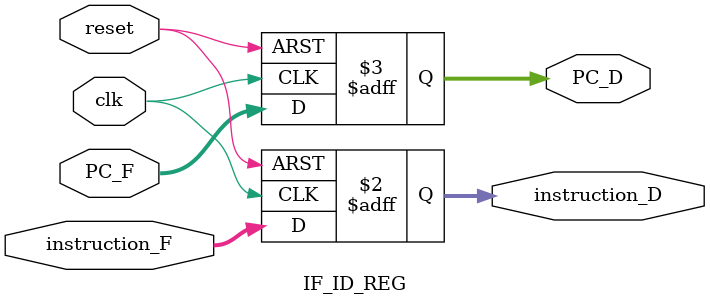
<source format=v>
module IF_ID_REG(
	input clk,
	input reset,
	input [63:0] PC_F, 
	input [31:0] instruction_F, 
	output reg [31:0] instruction_D, 
	output reg [63:0] PC_D
);

  always @(posedge clk or posedge reset) begin
		if (reset) begin        
			PC_D <= 64'd0; 
			instruction_D = 32'd0;
		end else begin 
			PC_D <= PC_F; 
			instruction_D <= instruction_F;
		end
	end

endmodule //IF_ID_REG
</source>
